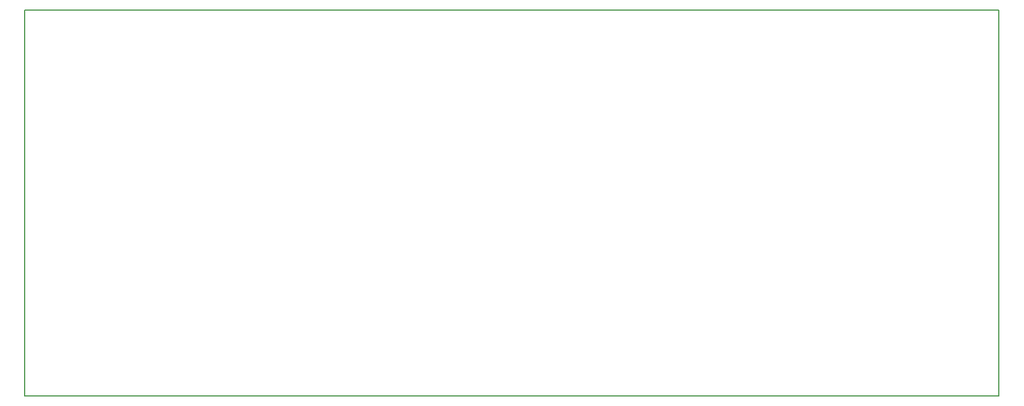
<source format=gbr>
G04 #@! TF.FileFunction,Profile,NP*
%FSLAX46Y46*%
G04 Gerber Fmt 4.6, Leading zero omitted, Abs format (unit mm)*
G04 Created by KiCad (PCBNEW 4.0.2+dfsg1-stable) date Sat 01 Jul 2017 06:48:44 PM EDT*
%MOMM*%
G01*
G04 APERTURE LIST*
%ADD10C,0.100000*%
%ADD11C,0.150000*%
G04 APERTURE END LIST*
D10*
D11*
X60415000Y-128270000D02*
X60415000Y-69950000D01*
X207645000Y-128270000D02*
X60415000Y-128270000D01*
X207645000Y-69950000D02*
X207645000Y-128270000D01*
X60415000Y-69950000D02*
X207645000Y-69950000D01*
M02*

</source>
